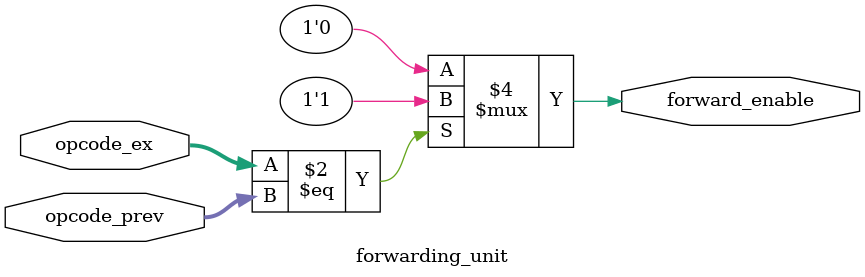
<source format=v>
module forwarding_unit (
    input  [3:0] opcode_ex,
    input  [3:0] opcode_prev,
    output reg   forward_enable
);

    always @(*) begin
        // simplistic hazard assumption
        if (opcode_ex == opcode_prev)
            forward_enable = 1'b1;
        else
            forward_enable = 1'b0;
    end

endmodule


</source>
